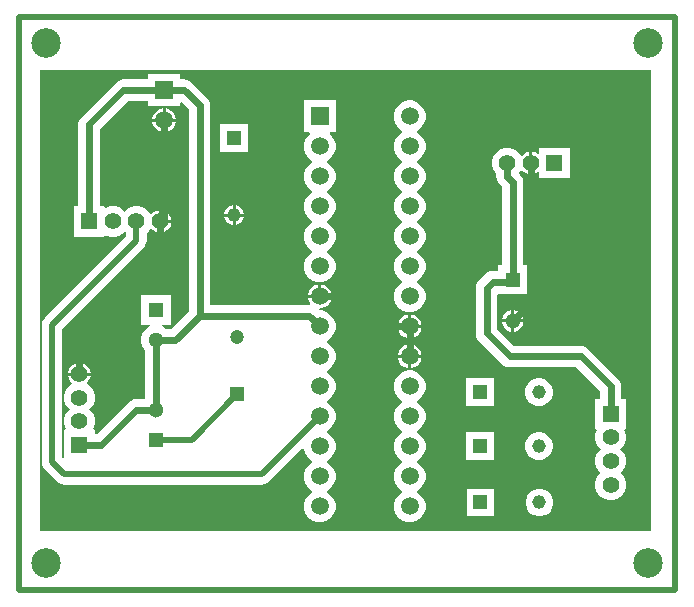
<source format=gbr>
G04*
G04 #@! TF.GenerationSoftware,Altium Limited,Altium Designer,22.4.2 (48)*
G04*
G04 Layer_Physical_Order=1*
G04 Layer_Color=255*
%FSLAX44Y44*%
%MOMM*%
G71*
G04*
G04 #@! TF.SameCoordinates,526C220A-A096-4E3C-8F2C-01EC2D9484EB*
G04*
G04*
G04 #@! TF.FilePolarity,Positive*
G04*
G01*
G75*
%ADD13C,0.6000*%
%ADD15C,1.3900*%
%ADD16R,1.3900X1.3900*%
%ADD17C,1.3000*%
%ADD18R,1.3000X1.3000*%
%ADD24R,1.1500X1.1500*%
%ADD25C,1.1500*%
%ADD28R,1.1500X1.1500*%
%ADD29R,1.3900X1.3900*%
%ADD31C,0.5000*%
%ADD32R,1.5000X1.5000*%
%ADD33C,1.5000*%
%ADD34C,1.2000*%
%ADD35R,1.2000X1.2000*%
%ADD36R,1.5000X1.5000*%
%ADD37C,2.5000*%
G36*
X537500Y52500D02*
X20000D01*
Y442500D01*
X537500D01*
Y52500D01*
D02*
G37*
%LPC*%
G36*
X195970Y396850D02*
X172470D01*
Y373350D01*
X195970D01*
Y396850D01*
D02*
G37*
G36*
X468310Y376680D02*
X442410D01*
Y371760D01*
X441816Y371514D01*
X441140Y371351D01*
X439023Y372573D01*
X436630Y373214D01*
Y363730D01*
Y354246D01*
X439023Y354887D01*
X441140Y356109D01*
X441816Y355946D01*
X442410Y355700D01*
Y350780D01*
X468310D01*
Y376680D01*
D02*
G37*
G36*
X417065D02*
X413655D01*
X410361Y375798D01*
X407408Y374093D01*
X404997Y371682D01*
X403293Y368728D01*
X402410Y365435D01*
Y362025D01*
X403293Y358731D01*
X404997Y355779D01*
X406282Y354494D01*
Y352140D01*
X406592Y349791D01*
X407499Y347601D01*
X408941Y345721D01*
X410922Y343740D01*
Y277500D01*
X407500D01*
Y272214D01*
X403136D01*
X403136Y272214D01*
X400787Y271905D01*
X398597Y270998D01*
X396717Y269555D01*
X391481Y264319D01*
X390038Y262439D01*
X389132Y260249D01*
X388822Y257900D01*
Y219600D01*
X389132Y217250D01*
X390038Y215061D01*
X391481Y213181D01*
X411081Y193581D01*
X412961Y192139D01*
X415150Y191232D01*
X417500Y190922D01*
X473740D01*
X493912Y170750D01*
Y164270D01*
X490040D01*
Y138370D01*
X490837D01*
X491472Y137270D01*
X490923Y136319D01*
X490040Y133025D01*
Y129615D01*
X490923Y126321D01*
X492627Y123369D01*
X494676Y121320D01*
X492627Y119271D01*
X490923Y116319D01*
X490040Y113025D01*
Y109615D01*
X490923Y106322D01*
X492627Y103369D01*
X494676Y101320D01*
X492627Y99272D01*
X490923Y96319D01*
X490040Y93025D01*
Y89615D01*
X490923Y86322D01*
X492627Y83369D01*
X495038Y80957D01*
X497991Y79253D01*
X501285Y78370D01*
X504695D01*
X507989Y79253D01*
X510941Y80957D01*
X513353Y83369D01*
X515057Y86322D01*
X515940Y89615D01*
Y93025D01*
X515057Y96319D01*
X513353Y99272D01*
X511304Y101320D01*
X513353Y103369D01*
X515057Y106322D01*
X515940Y109615D01*
Y113025D01*
X515057Y116319D01*
X513353Y119271D01*
X511304Y121320D01*
X513353Y123369D01*
X515057Y126321D01*
X515940Y129615D01*
Y133025D01*
X515057Y136319D01*
X514508Y137270D01*
X515143Y138370D01*
X515940D01*
Y164270D01*
X512068D01*
Y174510D01*
X512068Y174510D01*
X511758Y176859D01*
X510851Y179049D01*
X509409Y180929D01*
X483919Y206419D01*
X482039Y207861D01*
X479849Y208768D01*
X477500Y209078D01*
X421260D01*
X406978Y223360D01*
Y251447D01*
X407500Y252500D01*
X432500D01*
Y277500D01*
X429078D01*
Y347500D01*
X428768Y349850D01*
X427862Y352039D01*
X426419Y353919D01*
X425141Y355197D01*
X425723Y355779D01*
X426685Y357446D01*
X428178Y357491D01*
X429533Y356136D01*
X431697Y354887D01*
X434090Y354246D01*
Y363730D01*
Y373214D01*
X431697Y372573D01*
X429533Y371324D01*
X428178Y369969D01*
X426685Y370014D01*
X425723Y371682D01*
X423311Y374093D01*
X420359Y375798D01*
X417065Y376680D01*
D02*
G37*
G36*
X185490Y327742D02*
Y320770D01*
X192462D01*
X191945Y322700D01*
X190854Y324590D01*
X189310Y326134D01*
X187420Y327225D01*
X185490Y327742D01*
D02*
G37*
G36*
X182950D02*
X181020Y327225D01*
X179130Y326134D01*
X177586Y324590D01*
X176495Y322700D01*
X175978Y320770D01*
X182950D01*
Y327742D01*
D02*
G37*
G36*
X192462Y318230D02*
X185490D01*
Y311258D01*
X187420Y311775D01*
X189310Y312866D01*
X190854Y314410D01*
X191945Y316300D01*
X192462Y318230D01*
D02*
G37*
G36*
X182950D02*
X175978D01*
X176495Y316300D01*
X177586Y314410D01*
X179130Y312866D01*
X181020Y311775D01*
X182950Y311258D01*
Y318230D01*
D02*
G37*
G36*
X270110Y416600D02*
X243110D01*
Y389600D01*
X247904D01*
X248148Y388330D01*
X245807Y385989D01*
X244030Y382911D01*
X243110Y379477D01*
Y375923D01*
X244030Y372489D01*
X245807Y369411D01*
X248321Y366897D01*
X250337Y365733D01*
Y364267D01*
X248321Y363103D01*
X245807Y360589D01*
X244030Y357511D01*
X243110Y354077D01*
Y350523D01*
X244030Y347089D01*
X245807Y344011D01*
X248321Y341497D01*
X250337Y340333D01*
Y338867D01*
X248321Y337703D01*
X245807Y335189D01*
X244030Y332111D01*
X243110Y328677D01*
Y325123D01*
X244030Y321689D01*
X245807Y318611D01*
X248321Y316097D01*
X250337Y314933D01*
Y313467D01*
X248321Y312303D01*
X245807Y309789D01*
X244030Y306711D01*
X243110Y303277D01*
Y299723D01*
X244030Y296289D01*
X245807Y293211D01*
X248321Y290697D01*
X250337Y289533D01*
Y288067D01*
X248321Y286903D01*
X245807Y284389D01*
X244030Y281311D01*
X243110Y277877D01*
Y274323D01*
X244030Y270889D01*
X245807Y267811D01*
X248321Y265297D01*
X251399Y263520D01*
X254833Y262600D01*
X258387D01*
X261821Y263520D01*
X264899Y265297D01*
X267413Y267811D01*
X269190Y270889D01*
X270110Y274323D01*
Y277877D01*
X269190Y281311D01*
X267413Y284389D01*
X264899Y286903D01*
X262883Y288067D01*
Y289533D01*
X264899Y290697D01*
X267413Y293211D01*
X269190Y296289D01*
X270110Y299723D01*
Y303277D01*
X269190Y306711D01*
X267413Y309789D01*
X264899Y312303D01*
X262883Y313467D01*
Y314933D01*
X264899Y316097D01*
X267413Y318611D01*
X269190Y321689D01*
X270110Y325123D01*
Y328677D01*
X269190Y332111D01*
X267413Y335189D01*
X264899Y337703D01*
X262883Y338867D01*
Y340333D01*
X264899Y341497D01*
X267413Y344011D01*
X269190Y347089D01*
X270110Y350523D01*
Y354077D01*
X269190Y357511D01*
X267413Y360589D01*
X264899Y363103D01*
X262883Y364267D01*
Y365733D01*
X264899Y366897D01*
X267413Y369411D01*
X269190Y372489D01*
X270110Y375923D01*
Y379477D01*
X269190Y382911D01*
X267413Y385989D01*
X265072Y388330D01*
X265316Y389600D01*
X270110D01*
Y416600D01*
D02*
G37*
G36*
X257932Y260740D02*
X257880D01*
Y251970D01*
X266650D01*
Y252022D01*
X265966Y254575D01*
X264644Y256865D01*
X262775Y258734D01*
X260485Y260056D01*
X257932Y260740D01*
D02*
G37*
G36*
X255340D02*
X255288D01*
X252735Y260056D01*
X250445Y258734D01*
X248576Y256865D01*
X247254Y254575D01*
X246570Y252022D01*
Y251970D01*
X255340D01*
Y260740D01*
D02*
G37*
G36*
X334587Y416600D02*
X331033D01*
X327599Y415680D01*
X324521Y413903D01*
X322007Y411389D01*
X320230Y408311D01*
X319310Y404877D01*
Y401323D01*
X320230Y397889D01*
X322007Y394811D01*
X324521Y392297D01*
X326537Y391133D01*
Y389667D01*
X324521Y388503D01*
X322007Y385989D01*
X320230Y382911D01*
X319310Y379477D01*
Y375923D01*
X320230Y372489D01*
X322007Y369411D01*
X324521Y366897D01*
X326537Y365733D01*
Y364267D01*
X324521Y363103D01*
X322007Y360589D01*
X320230Y357511D01*
X319310Y354077D01*
Y350523D01*
X320230Y347089D01*
X322007Y344011D01*
X324521Y341497D01*
X326537Y340333D01*
Y338867D01*
X324521Y337703D01*
X322007Y335189D01*
X320230Y332111D01*
X319310Y328677D01*
Y325123D01*
X320230Y321689D01*
X322007Y318611D01*
X324521Y316097D01*
X326537Y314933D01*
Y313467D01*
X324521Y312303D01*
X322007Y309789D01*
X320230Y306711D01*
X319310Y303277D01*
Y299723D01*
X320230Y296289D01*
X322007Y293211D01*
X324521Y290697D01*
X326537Y289533D01*
Y288067D01*
X324521Y286903D01*
X322007Y284389D01*
X320230Y281311D01*
X319310Y277877D01*
Y274323D01*
X320230Y270889D01*
X322007Y267811D01*
X324521Y265297D01*
X326537Y264133D01*
Y262667D01*
X324521Y261503D01*
X322007Y258989D01*
X320230Y255911D01*
X319310Y252477D01*
Y248923D01*
X320230Y245489D01*
X322007Y242411D01*
X324521Y239897D01*
X327599Y238120D01*
X331033Y237200D01*
X334587D01*
X338021Y238120D01*
X341099Y239897D01*
X343613Y242411D01*
X345390Y245489D01*
X346310Y248923D01*
Y252477D01*
X345390Y255911D01*
X343613Y258989D01*
X341099Y261503D01*
X339083Y262667D01*
Y264133D01*
X341099Y265297D01*
X343613Y267811D01*
X345390Y270889D01*
X346310Y274323D01*
Y277877D01*
X345390Y281311D01*
X343613Y284389D01*
X341099Y286903D01*
X339083Y288067D01*
Y289533D01*
X341099Y290697D01*
X343613Y293211D01*
X345390Y296289D01*
X346310Y299723D01*
Y303277D01*
X345390Y306711D01*
X343613Y309789D01*
X341099Y312303D01*
X339083Y313467D01*
Y314933D01*
X341099Y316097D01*
X343613Y318611D01*
X345390Y321689D01*
X346310Y325123D01*
Y328677D01*
X345390Y332111D01*
X343613Y335189D01*
X341099Y337703D01*
X339083Y338867D01*
Y340333D01*
X341099Y341497D01*
X343613Y344011D01*
X345390Y347089D01*
X346310Y350523D01*
Y354077D01*
X345390Y357511D01*
X343613Y360589D01*
X341099Y363103D01*
X339083Y364267D01*
Y365733D01*
X341099Y366897D01*
X343613Y369411D01*
X345390Y372489D01*
X346310Y375923D01*
Y379477D01*
X345390Y382911D01*
X343613Y385989D01*
X341099Y388503D01*
X339083Y389667D01*
Y391133D01*
X341099Y392297D01*
X343613Y394811D01*
X345390Y397889D01*
X346310Y401323D01*
Y404877D01*
X345390Y408311D01*
X343613Y411389D01*
X341099Y413903D01*
X338021Y415680D01*
X334587Y416600D01*
D02*
G37*
G36*
X421270Y239019D02*
Y231270D01*
X429019D01*
X428424Y233489D01*
X427234Y235551D01*
X425551Y237234D01*
X423489Y238424D01*
X421270Y239019D01*
D02*
G37*
G36*
X418730D02*
X416511Y238424D01*
X414449Y237234D01*
X412766Y235551D01*
X411576Y233489D01*
X410981Y231270D01*
X418730D01*
Y239019D01*
D02*
G37*
G36*
X334132Y235340D02*
X334080D01*
Y226570D01*
X342850D01*
Y226622D01*
X342166Y229175D01*
X340844Y231465D01*
X338975Y233334D01*
X336685Y234656D01*
X334132Y235340D01*
D02*
G37*
G36*
X331540D02*
X331488D01*
X328935Y234656D01*
X326645Y233334D01*
X324776Y231465D01*
X323454Y229175D01*
X322770Y226622D01*
Y226570D01*
X331540D01*
Y235340D01*
D02*
G37*
G36*
X429019Y228730D02*
X421270D01*
Y220981D01*
X423489Y221576D01*
X425551Y222766D01*
X427234Y224449D01*
X428424Y226511D01*
X429019Y228730D01*
D02*
G37*
G36*
X418730D02*
X410981D01*
X411576Y226511D01*
X412766Y224449D01*
X414449Y222766D01*
X416511Y221576D01*
X418730Y220981D01*
Y228730D01*
D02*
G37*
G36*
X342850Y224030D02*
X334080D01*
Y215260D01*
X334132D01*
X336685Y215944D01*
X338975Y217266D01*
X340844Y219135D01*
X342166Y221425D01*
X342850Y223978D01*
Y224030D01*
D02*
G37*
G36*
X331540D02*
X322770D01*
Y223978D01*
X323454Y221425D01*
X324776Y219135D01*
X326645Y217266D01*
X328935Y215944D01*
X331488Y215260D01*
X331540D01*
Y224030D01*
D02*
G37*
G36*
X334132Y209940D02*
X334080D01*
Y201170D01*
X342850D01*
Y201222D01*
X342166Y203775D01*
X340844Y206065D01*
X338975Y207934D01*
X336685Y209256D01*
X334132Y209940D01*
D02*
G37*
G36*
X331540D02*
X331488D01*
X328935Y209256D01*
X326645Y207934D01*
X324776Y206065D01*
X323454Y203775D01*
X322770Y201222D01*
Y201170D01*
X331540D01*
Y209940D01*
D02*
G37*
G36*
X342850Y198630D02*
X334080D01*
Y189860D01*
X334132D01*
X336685Y190544D01*
X338975Y191866D01*
X340844Y193735D01*
X342166Y196025D01*
X342850Y198578D01*
Y198630D01*
D02*
G37*
G36*
X331540D02*
X322770D01*
Y198578D01*
X323454Y196025D01*
X324776Y193735D01*
X326645Y191866D01*
X328935Y190544D01*
X331488Y189860D01*
X331540D01*
Y198630D01*
D02*
G37*
G36*
X443797Y181250D02*
X440703D01*
X437715Y180449D01*
X435035Y178902D01*
X432848Y176714D01*
X431301Y174035D01*
X430500Y171047D01*
Y167953D01*
X431301Y164965D01*
X432848Y162285D01*
X435035Y160097D01*
X437715Y158551D01*
X440703Y157750D01*
X443797D01*
X446785Y158551D01*
X449465Y160097D01*
X451652Y162285D01*
X453199Y164965D01*
X454000Y167953D01*
Y171047D01*
X453199Y174035D01*
X451652Y176714D01*
X449465Y178902D01*
X446785Y180449D01*
X443797Y181250D01*
D02*
G37*
G36*
X404000D02*
X380500D01*
Y157750D01*
X404000D01*
Y181250D01*
D02*
G37*
G36*
X443797Y135750D02*
X440703D01*
X437715Y134949D01*
X435035Y133402D01*
X432848Y131214D01*
X431301Y128535D01*
X430500Y125547D01*
Y122453D01*
X431301Y119464D01*
X432848Y116785D01*
X435035Y114597D01*
X437715Y113050D01*
X440703Y112250D01*
X443797D01*
X446785Y113050D01*
X449465Y114597D01*
X451652Y116785D01*
X453199Y119464D01*
X454000Y122453D01*
Y125547D01*
X453199Y128535D01*
X451652Y131214D01*
X449465Y133402D01*
X446785Y134949D01*
X443797Y135750D01*
D02*
G37*
G36*
X404000D02*
X380500D01*
Y112250D01*
X404000D01*
Y135750D01*
D02*
G37*
G36*
X444297Y88000D02*
X441203D01*
X438214Y87199D01*
X435535Y85652D01*
X433347Y83464D01*
X431800Y80785D01*
X431000Y77797D01*
Y74703D01*
X431800Y71715D01*
X433347Y69035D01*
X435535Y66847D01*
X438214Y65300D01*
X441203Y64500D01*
X444297D01*
X447285Y65300D01*
X449964Y66847D01*
X452152Y69035D01*
X453699Y71715D01*
X454500Y74703D01*
Y77797D01*
X453699Y80785D01*
X452152Y83464D01*
X449964Y85652D01*
X447285Y87199D01*
X444297Y88000D01*
D02*
G37*
G36*
X404500D02*
X381000D01*
Y64500D01*
X404500D01*
Y88000D01*
D02*
G37*
G36*
X334587Y188000D02*
X331033D01*
X327599Y187080D01*
X324521Y185303D01*
X322007Y182789D01*
X320230Y179711D01*
X319310Y176277D01*
Y172723D01*
X320230Y169289D01*
X322007Y166211D01*
X324521Y163697D01*
X326537Y162533D01*
Y161067D01*
X324521Y159903D01*
X322007Y157389D01*
X320230Y154311D01*
X319310Y150877D01*
Y147323D01*
X320230Y143889D01*
X322007Y140811D01*
X324521Y138297D01*
X326537Y137133D01*
Y135667D01*
X324521Y134503D01*
X322007Y131989D01*
X320230Y128911D01*
X319310Y125477D01*
Y121923D01*
X320230Y118489D01*
X322007Y115411D01*
X324521Y112897D01*
X326537Y111733D01*
Y110267D01*
X324521Y109103D01*
X322007Y106589D01*
X320230Y103511D01*
X319310Y100077D01*
Y96523D01*
X320230Y93089D01*
X322007Y90011D01*
X324521Y87497D01*
X326537Y86333D01*
Y84867D01*
X324521Y83703D01*
X322007Y81189D01*
X320230Y78111D01*
X319310Y74677D01*
Y71123D01*
X320230Y67689D01*
X322007Y64611D01*
X324521Y62097D01*
X327599Y60320D01*
X331033Y59400D01*
X334587D01*
X338021Y60320D01*
X341099Y62097D01*
X343613Y64611D01*
X345390Y67689D01*
X346310Y71123D01*
Y74677D01*
X345390Y78111D01*
X343613Y81189D01*
X341099Y83703D01*
X339083Y84867D01*
Y86333D01*
X341099Y87497D01*
X343613Y90011D01*
X345390Y93089D01*
X346310Y96523D01*
Y100077D01*
X345390Y103511D01*
X343613Y106589D01*
X341099Y109103D01*
X339083Y110267D01*
Y111733D01*
X341099Y112897D01*
X343613Y115411D01*
X345390Y118489D01*
X346310Y121923D01*
Y125477D01*
X345390Y128911D01*
X343613Y131989D01*
X341099Y134503D01*
X339083Y135667D01*
Y137133D01*
X341099Y138297D01*
X343613Y140811D01*
X345390Y143889D01*
X346310Y147323D01*
Y150877D01*
X345390Y154311D01*
X343613Y157389D01*
X341099Y159903D01*
X339083Y161067D01*
Y162533D01*
X341099Y163697D01*
X343613Y166211D01*
X345390Y169289D01*
X346310Y172723D01*
Y176277D01*
X345390Y179711D01*
X343613Y182789D01*
X341099Y185303D01*
X338021Y187080D01*
X334587Y188000D01*
D02*
G37*
G36*
X138500Y438900D02*
X111500D01*
Y434478D01*
X90400D01*
X88051Y434169D01*
X85861Y433262D01*
X83981Y431819D01*
X55091Y402929D01*
X53649Y401049D01*
X52742Y398859D01*
X52432Y396510D01*
Y327150D01*
X48560D01*
Y301250D01*
X74460D01*
Y302047D01*
X75560Y302682D01*
X76512Y302133D01*
X79805Y301250D01*
X83215D01*
X86509Y302133D01*
X89461Y303838D01*
X91510Y305886D01*
X92937Y304459D01*
Y301457D01*
X23938Y232458D01*
X22575Y230683D01*
X21719Y228615D01*
X21427Y226396D01*
Y110429D01*
X21719Y108210D01*
X22575Y106142D01*
X23938Y104367D01*
X34367Y93938D01*
X36142Y92575D01*
X38210Y91719D01*
X40429Y91427D01*
X40429Y91427D01*
X207510D01*
X209729Y91719D01*
X211797Y92575D01*
X213572Y93938D01*
X241982Y122348D01*
X243161Y121731D01*
X244030Y118489D01*
X245807Y115411D01*
X248321Y112897D01*
X250337Y111733D01*
Y110267D01*
X248321Y109103D01*
X245807Y106589D01*
X244030Y103511D01*
X243110Y100077D01*
Y96523D01*
X244030Y93089D01*
X245807Y90011D01*
X248321Y87497D01*
X250337Y86333D01*
Y84867D01*
X248321Y83703D01*
X245807Y81189D01*
X244030Y78111D01*
X243110Y74677D01*
Y71123D01*
X244030Y67689D01*
X245807Y64611D01*
X248321Y62097D01*
X251399Y60320D01*
X254833Y59400D01*
X258387D01*
X261821Y60320D01*
X264899Y62097D01*
X267413Y64611D01*
X269190Y67689D01*
X270110Y71123D01*
Y74677D01*
X269190Y78111D01*
X267413Y81189D01*
X264899Y83703D01*
X262883Y84867D01*
Y86333D01*
X264899Y87497D01*
X267413Y90011D01*
X269190Y93089D01*
X270110Y96523D01*
Y100077D01*
X269190Y103511D01*
X267413Y106589D01*
X264899Y109103D01*
X262883Y110267D01*
Y111733D01*
X264899Y112897D01*
X267413Y115411D01*
X269190Y118489D01*
X270110Y121923D01*
Y125477D01*
X269190Y128911D01*
X267413Y131989D01*
X264899Y134503D01*
X262883Y135667D01*
Y137133D01*
X264899Y138297D01*
X267413Y140811D01*
X269190Y143889D01*
X270110Y147323D01*
Y150877D01*
X269190Y154311D01*
X267413Y157389D01*
X264899Y159903D01*
X262883Y161067D01*
Y162533D01*
X264899Y163697D01*
X267413Y166211D01*
X269190Y169289D01*
X270110Y172723D01*
Y176277D01*
X269190Y179711D01*
X267413Y182789D01*
X264899Y185303D01*
X262883Y186467D01*
Y187933D01*
X264899Y189097D01*
X267413Y191611D01*
X269190Y194689D01*
X270110Y198123D01*
Y201677D01*
X269190Y205111D01*
X267413Y208189D01*
X264899Y210703D01*
X262883Y211867D01*
Y213333D01*
X264899Y214497D01*
X267413Y217011D01*
X269190Y220089D01*
X270110Y223523D01*
Y227077D01*
X269190Y230511D01*
X267413Y233589D01*
X264899Y236103D01*
X261821Y237880D01*
X258387Y238800D01*
X256427D01*
X255977Y239390D01*
X256605Y240660D01*
X257932D01*
X260485Y241344D01*
X262775Y242666D01*
X264644Y244535D01*
X265966Y246825D01*
X266650Y249378D01*
Y249430D01*
X246570D01*
Y249378D01*
X247254Y246825D01*
X248459Y244738D01*
X248187Y244060D01*
X247767Y243548D01*
X247390Y243598D01*
X164078D01*
Y412500D01*
X164078Y412500D01*
X163768Y414850D01*
X162861Y417039D01*
X161419Y418919D01*
X161419Y418919D01*
X148519Y431819D01*
X146639Y433262D01*
X144449Y434169D01*
X142100Y434478D01*
X138500D01*
Y438900D01*
D02*
G37*
%LPD*%
G36*
X111500Y411900D02*
X138500D01*
Y414503D01*
X139673Y414989D01*
X145922Y408740D01*
Y238280D01*
X130520Y222878D01*
X126600D01*
X125675Y223802D01*
X122825Y225448D01*
X123060Y226700D01*
X130500D01*
Y251700D01*
X105500D01*
Y226700D01*
X112941D01*
X113175Y225448D01*
X110325Y223802D01*
X107998Y221475D01*
X106352Y218625D01*
X105500Y215446D01*
Y212154D01*
X106352Y208975D01*
X107998Y206125D01*
X108923Y205200D01*
Y185984D01*
X108673Y184086D01*
Y163778D01*
X101306D01*
X98957Y163469D01*
X96767Y162562D01*
X94887Y161119D01*
X67846Y134078D01*
X66200D01*
Y137950D01*
X65403D01*
X64768Y139050D01*
X65317Y140001D01*
X66200Y143295D01*
Y146705D01*
X65317Y149999D01*
X63612Y152951D01*
X61564Y155000D01*
X63612Y157049D01*
X65317Y160001D01*
X66200Y163295D01*
Y166705D01*
X65317Y169998D01*
X63612Y172951D01*
X61201Y175362D01*
X59534Y176325D01*
X59489Y177818D01*
X60844Y179173D01*
X62093Y181337D01*
X62734Y183730D01*
X53250D01*
X43766D01*
X44407Y181337D01*
X45656Y179173D01*
X47011Y177818D01*
X46966Y176325D01*
X45299Y175362D01*
X42887Y172951D01*
X41182Y169998D01*
X40300Y166705D01*
Y163295D01*
X41182Y160001D01*
X42887Y157049D01*
X44936Y155000D01*
X42887Y152951D01*
X41182Y149999D01*
X40300Y146705D01*
Y143295D01*
X41182Y140001D01*
X41732Y139050D01*
X41097Y137950D01*
X40300D01*
Y114820D01*
X39030Y114188D01*
X38573Y114533D01*
Y222845D01*
X107572Y291844D01*
X108935Y293619D01*
X109791Y295687D01*
X110083Y297906D01*
Y304459D01*
X111873Y306249D01*
X112835Y307916D01*
X114328Y307961D01*
X115683Y306606D01*
X117847Y305357D01*
X120240Y304716D01*
Y314200D01*
Y323685D01*
X117847Y323043D01*
X115683Y321794D01*
X114328Y320439D01*
X112835Y320484D01*
X111873Y322151D01*
X109461Y324563D01*
X106508Y326268D01*
X103215Y327150D01*
X99805D01*
X96511Y326268D01*
X93559Y324563D01*
X91510Y322514D01*
X89461Y324563D01*
X86509Y326268D01*
X83215Y327150D01*
X79805D01*
X76512Y326268D01*
X75560Y325718D01*
X74460Y326353D01*
Y327150D01*
X70588D01*
Y392750D01*
X94160Y416323D01*
X111500D01*
Y411900D01*
D02*
G37*
%LPC*%
G36*
X126322Y410040D02*
X126270D01*
Y401270D01*
X135040D01*
Y401322D01*
X134356Y403876D01*
X133034Y406165D01*
X131165Y408034D01*
X128875Y409356D01*
X126322Y410040D01*
D02*
G37*
G36*
X123730D02*
X123678D01*
X121124Y409356D01*
X118835Y408034D01*
X116966Y406165D01*
X115644Y403876D01*
X114960Y401322D01*
Y401270D01*
X123730D01*
Y410040D01*
D02*
G37*
G36*
X135040Y398730D02*
X126270D01*
Y389960D01*
X126322D01*
X128875Y390644D01*
X131165Y391966D01*
X133034Y393835D01*
X134356Y396125D01*
X135040Y398678D01*
Y398730D01*
D02*
G37*
G36*
X123730D02*
X114960D01*
Y398678D01*
X115644Y396125D01*
X116966Y393835D01*
X118835Y391966D01*
X121124Y390644D01*
X123678Y389960D01*
X123730D01*
Y398730D01*
D02*
G37*
G36*
X122780Y323685D02*
Y315470D01*
X130994D01*
X130353Y317863D01*
X129104Y320027D01*
X127337Y321794D01*
X125173Y323043D01*
X122780Y323685D01*
D02*
G37*
G36*
X130994Y312930D02*
X122780D01*
Y304716D01*
X125173Y305357D01*
X127337Y306606D01*
X129104Y308373D01*
X130353Y310537D01*
X130994Y312930D01*
D02*
G37*
G36*
X54520Y194484D02*
Y186270D01*
X62734D01*
X62093Y188663D01*
X60844Y190827D01*
X59077Y192594D01*
X56913Y193843D01*
X54520Y194484D01*
D02*
G37*
G36*
X51980D02*
X49587Y193843D01*
X47423Y192594D01*
X45656Y190827D01*
X44407Y188663D01*
X43766Y186270D01*
X51980D01*
Y194484D01*
D02*
G37*
%LPD*%
D13*
X415360Y352140D02*
Y363730D01*
X420000Y265000D02*
Y347500D01*
X415360Y352140D02*
X420000Y347500D01*
X281800Y250700D02*
X307200Y225300D01*
X256610Y250700D02*
X281800D01*
X307200Y225300D02*
X332810D01*
X155000Y234520D02*
X247390D01*
X256610Y225300D01*
X155000Y234520D02*
Y412500D01*
X118000Y213800D02*
X134280D01*
X155000Y234520D01*
X142100Y425400D02*
X155000Y412500D01*
X125000Y425400D02*
X142100D01*
X90400D02*
X125000D01*
X61510Y314200D02*
Y396510D01*
X90400Y425400D01*
X121510Y279298D02*
Y316338D01*
X125000Y319828D02*
Y400000D01*
X121510Y316338D02*
X125000Y319828D01*
X53250Y125000D02*
X71606D01*
X53250Y185000D02*
Y211038D01*
X121510Y279298D01*
X101306Y154700D02*
X117750D01*
X71606Y125000D02*
X101306Y154700D01*
X397900Y219600D02*
Y257900D01*
X417500Y200000D02*
X477500D01*
X397900Y219600D02*
X417500Y200000D01*
X477500D02*
X502990Y174510D01*
Y151320D02*
Y174510D01*
X435746Y245746D02*
Y336232D01*
X435360Y336618D02*
Y363730D01*
Y336618D02*
X435746Y336232D01*
X403136Y263136D02*
X418136D01*
X420000Y265000D01*
X420000Y230000D02*
X435746Y245746D01*
X397900Y257900D02*
X403136Y263136D01*
X332810Y199900D02*
Y225300D01*
X118000Y184336D02*
Y213800D01*
X117750Y184086D02*
X118000Y184336D01*
X117750Y154700D02*
Y184086D01*
D15*
X53250Y185000D02*
D03*
Y165000D02*
D03*
Y145000D02*
D03*
X502990Y91320D02*
D03*
Y111320D02*
D03*
Y131320D02*
D03*
X121510Y314200D02*
D03*
X101510D02*
D03*
X81510D02*
D03*
X415360Y363730D02*
D03*
X435360D02*
D03*
D16*
X53250Y125000D02*
D03*
X502990Y151320D02*
D03*
D17*
X420000Y230000D02*
D03*
X117750Y154700D02*
D03*
X118000Y213800D02*
D03*
D18*
X420000Y265000D02*
D03*
X117750Y129300D02*
D03*
X118000Y239200D02*
D03*
D24*
X392750Y76250D02*
D03*
X392250Y169500D02*
D03*
Y124000D02*
D03*
D25*
X442750Y76250D02*
D03*
X184220Y319500D02*
D03*
X442250Y169500D02*
D03*
Y124000D02*
D03*
D28*
X184220Y385100D02*
D03*
D29*
X61510Y314200D02*
D03*
X455360Y363730D02*
D03*
D31*
X30000Y110429D02*
X40429Y100000D01*
X30000Y226396D02*
X101510Y297906D01*
X30000Y110429D02*
Y226396D01*
X40429Y100000D02*
X207510D01*
X256610Y149100D01*
X117750Y129300D02*
X148180D01*
X186760Y167880D01*
X101510Y297906D02*
Y314200D01*
X2500Y487500D02*
X557500D01*
Y2500D02*
Y487500D01*
X2500Y2500D02*
X557500D01*
X2500D02*
Y487500D01*
D32*
X125000Y425400D02*
D03*
D33*
Y400000D02*
D03*
X256610Y377700D02*
D03*
Y352300D02*
D03*
Y326900D02*
D03*
Y301500D02*
D03*
Y276100D02*
D03*
Y250700D02*
D03*
Y225300D02*
D03*
Y199900D02*
D03*
Y174500D02*
D03*
Y149100D02*
D03*
Y123700D02*
D03*
Y98300D02*
D03*
Y72900D02*
D03*
X332810Y403100D02*
D03*
Y377700D02*
D03*
Y352300D02*
D03*
Y326900D02*
D03*
Y301500D02*
D03*
Y276100D02*
D03*
Y250700D02*
D03*
Y225300D02*
D03*
Y199900D02*
D03*
Y174500D02*
D03*
Y149100D02*
D03*
Y123700D02*
D03*
Y98300D02*
D03*
Y72900D02*
D03*
D34*
X186760Y216680D02*
D03*
D35*
Y167880D02*
D03*
D36*
X256610Y403100D02*
D03*
D37*
X25000Y465000D02*
D03*
X535000Y25000D02*
D03*
X25000D02*
D03*
X535000Y465000D02*
D03*
M02*

</source>
